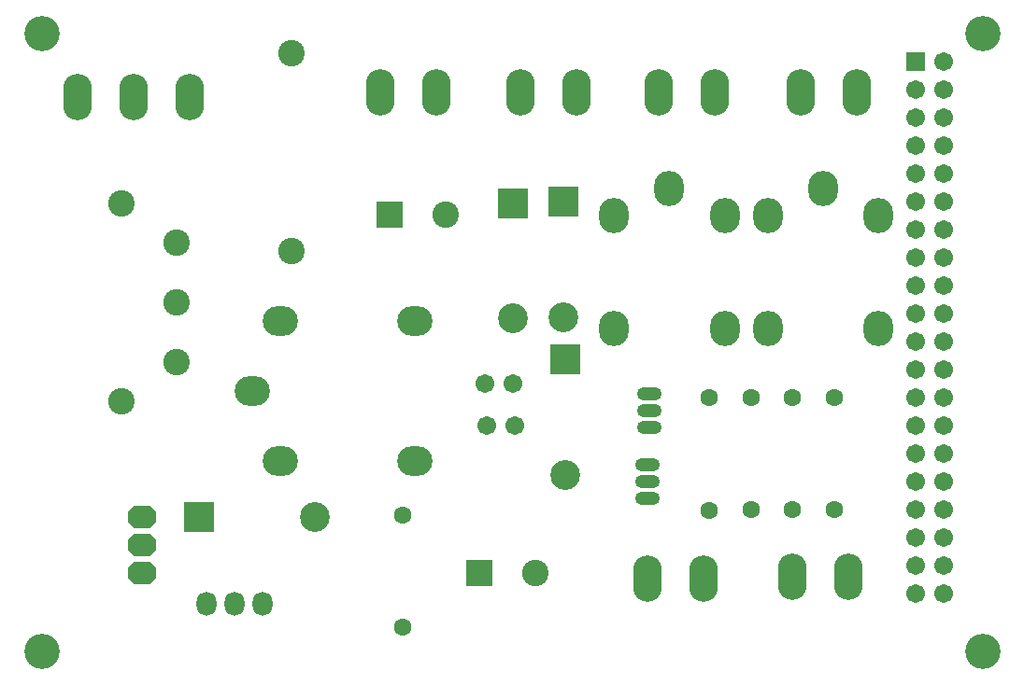
<source format=gbs>
G04*
G04 #@! TF.GenerationSoftware,Altium Limited,Altium Designer,18.0.11 (651)*
G04*
G04 Layer_Color=16711935*
%FSTAX44Y44*%
%MOMM*%
G71*
G01*
G75*
%ADD16C,3.2032*%
%ADD17C,1.6032*%
%ADD18C,2.4032*%
%ADD19R,2.4032X2.4032*%
%ADD20C,1.7032*%
%ADD21C,2.7032*%
%ADD22R,2.7032X2.7032*%
%ADD23R,1.7032X1.7032*%
%ADD24O,2.2352X1.2192*%
%ADD25O,3.2032X2.7032*%
G04:AMPARAMS|DCode=26|XSize=1.9812mm|YSize=2.4892mm|CornerRadius=0mm|HoleSize=0mm|Usage=FLASHONLY|Rotation=90.000|XOffset=0mm|YOffset=0mm|HoleType=Round|Shape=Octagon|*
%AMOCTAGOND26*
4,1,8,-1.2446,-0.4953,-1.2446,0.4953,-0.7493,0.9906,0.7493,0.9906,1.2446,0.4953,1.2446,-0.4953,0.7493,-0.9906,-0.7493,-0.9906,-1.2446,-0.4953,0.0*
%
%ADD26OCTAGOND26*%

%ADD27R,2.7032X2.7032*%
%ADD28O,1.8032X2.2032*%
%ADD29O,2.6032X4.2032*%
%ADD30O,2.7032X3.2032*%
D16*
X0003048Y0003048D02*
D03*
X0088265Y0059055D02*
D03*
Y0003048D02*
D03*
X0003048Y0059055D02*
D03*
D17*
X0035687Y0015387D02*
D03*
Y0005187D02*
D03*
X0074803Y0026055D02*
D03*
Y0015855D02*
D03*
X0070993D02*
D03*
Y0026055D02*
D03*
X006731D02*
D03*
Y0015855D02*
D03*
X00635Y0026035D02*
D03*
Y0015835D02*
D03*
D18*
X0039624Y0042672D02*
D03*
X0047752Y001016D02*
D03*
X001524Y0034671D02*
D03*
X001024Y0025721D02*
D03*
X001524Y0040121D02*
D03*
X001024Y0043621D02*
D03*
X001524Y0029221D02*
D03*
X0025654Y003937D02*
D03*
Y0057277D02*
D03*
D19*
X0034544Y0042672D02*
D03*
X0042672Y001016D02*
D03*
D20*
X004572Y0027305D02*
D03*
X004318D02*
D03*
X0084709Y0056515D02*
D03*
Y0008255D02*
D03*
X0082169D02*
D03*
X0084709Y0010795D02*
D03*
X0082169D02*
D03*
X0084709Y0013335D02*
D03*
X0082169D02*
D03*
X0084709Y0015875D02*
D03*
X0082169D02*
D03*
X0084709Y0018415D02*
D03*
X0082169D02*
D03*
X0084709Y0020955D02*
D03*
X0082169D02*
D03*
X0084709Y0023495D02*
D03*
X0082169D02*
D03*
X0084709Y0026035D02*
D03*
X0082169D02*
D03*
X0084709Y0028575D02*
D03*
X0082169D02*
D03*
X0084709Y0031115D02*
D03*
X0082169D02*
D03*
X0084709Y0033655D02*
D03*
X0082169D02*
D03*
X0084709Y0036195D02*
D03*
X0082169D02*
D03*
X0084709Y0038735D02*
D03*
X0082169D02*
D03*
X0084709Y0041275D02*
D03*
X0082169D02*
D03*
X0084709Y0043815D02*
D03*
X0082169D02*
D03*
X0084709Y0046355D02*
D03*
X0082169D02*
D03*
X0084709Y0048895D02*
D03*
X0082169D02*
D03*
X0084709Y0051435D02*
D03*
X0082169D02*
D03*
X0084709Y0053975D02*
D03*
X0082169D02*
D03*
X0045847Y0023495D02*
D03*
X0043307D02*
D03*
D21*
X0050419Y001905D02*
D03*
X0027732Y001524D02*
D03*
X004572Y0033228D02*
D03*
X0050292Y0033355D02*
D03*
D22*
X0050419Y002951D02*
D03*
X004572Y0043688D02*
D03*
X0050292Y0043815D02*
D03*
D23*
X0082169Y0056515D02*
D03*
D24*
X0058039Y0026416D02*
D03*
Y0024892D02*
D03*
Y0023368D02*
D03*
X0057912Y0019939D02*
D03*
Y0018415D02*
D03*
Y0016891D02*
D03*
D25*
X002213Y002667D02*
D03*
X002467Y003302D02*
D03*
Y002032D02*
D03*
X003683Y003302D02*
D03*
Y002032D02*
D03*
D26*
X0012065Y001524D02*
D03*
Y00127D02*
D03*
Y001016D02*
D03*
D27*
X0017272Y001524D02*
D03*
D28*
X0022987Y0007366D02*
D03*
X0020447D02*
D03*
X0017907D02*
D03*
D29*
X0062992Y0009652D02*
D03*
X0057912D02*
D03*
X0076073Y0009779D02*
D03*
X0070993D02*
D03*
X0071755Y0053721D02*
D03*
X0076835D02*
D03*
X0058928D02*
D03*
X0064008D02*
D03*
X0046355D02*
D03*
X0051435D02*
D03*
X0033655D02*
D03*
X0038735D02*
D03*
X0006223Y005334D02*
D03*
X0011303D02*
D03*
X0016383D02*
D03*
D30*
X0073834Y0045045D02*
D03*
X0078834Y0042545D02*
D03*
X0068834D02*
D03*
X0078834Y0032345D02*
D03*
X0068834D02*
D03*
X0059897Y0045045D02*
D03*
X0064897Y0042545D02*
D03*
X0054897D02*
D03*
X0064897Y0032345D02*
D03*
X0054897D02*
D03*
M02*

</source>
